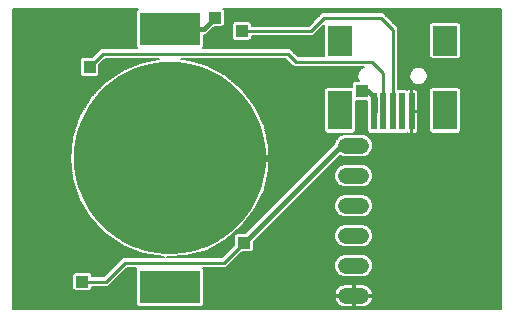
<source format=gbl>
G75*
G70*
%OFA0B0*%
%FSLAX24Y24*%
%IPPOS*%
%LPD*%
%AMOC8*
5,1,8,0,0,1.08239X$1,22.5*
%
%ADD10C,0.0520*%
%ADD11R,0.0787X0.0984*%
%ADD12R,0.0787X0.1299*%
%ADD13R,0.0197X0.1220*%
%ADD14C,0.3200*%
%ADD15R,0.2000X0.1100*%
%ADD16C,0.5000*%
%ADD17C,0.0160*%
%ADD18R,0.0396X0.0396*%
%ADD19C,0.0100*%
%ADD20C,0.0060*%
%ADD21C,0.0396*%
%ADD22C,0.0240*%
D10*
X011732Y000875D02*
X012252Y000875D01*
X012252Y001875D02*
X011732Y001875D01*
X011732Y002875D02*
X012252Y002875D01*
X012252Y003875D02*
X011732Y003875D01*
X011732Y004875D02*
X012252Y004875D01*
X012252Y005875D02*
X011732Y005875D01*
D11*
X011540Y009381D03*
X015044Y009381D03*
D12*
X015044Y007058D03*
X011540Y007058D03*
D13*
X012662Y007019D03*
X012977Y007019D03*
X013292Y007019D03*
X013607Y007019D03*
X013922Y007019D03*
D14*
X004267Y005475D02*
X004269Y005555D01*
X004275Y005634D01*
X004285Y005713D01*
X004299Y005792D01*
X004316Y005870D01*
X004338Y005947D01*
X004363Y006022D01*
X004393Y006096D01*
X004425Y006169D01*
X004462Y006240D01*
X004502Y006309D01*
X004545Y006376D01*
X004592Y006441D01*
X004641Y006503D01*
X004694Y006563D01*
X004750Y006620D01*
X004808Y006675D01*
X004869Y006726D01*
X004933Y006774D01*
X004999Y006819D01*
X005067Y006861D01*
X005137Y006899D01*
X005209Y006933D01*
X005282Y006964D01*
X005357Y006992D01*
X005434Y007015D01*
X005511Y007035D01*
X005589Y007051D01*
X005668Y007063D01*
X005747Y007071D01*
X005827Y007075D01*
X005907Y007075D01*
X005987Y007071D01*
X006066Y007063D01*
X006145Y007051D01*
X006223Y007035D01*
X006300Y007015D01*
X006377Y006992D01*
X006452Y006964D01*
X006525Y006933D01*
X006597Y006899D01*
X006667Y006861D01*
X006735Y006819D01*
X006801Y006774D01*
X006865Y006726D01*
X006926Y006675D01*
X006984Y006620D01*
X007040Y006563D01*
X007093Y006503D01*
X007142Y006441D01*
X007189Y006376D01*
X007232Y006309D01*
X007272Y006240D01*
X007309Y006169D01*
X007341Y006096D01*
X007371Y006022D01*
X007396Y005947D01*
X007418Y005870D01*
X007435Y005792D01*
X007449Y005713D01*
X007459Y005634D01*
X007465Y005555D01*
X007467Y005475D01*
X007465Y005395D01*
X007459Y005316D01*
X007449Y005237D01*
X007435Y005158D01*
X007418Y005080D01*
X007396Y005003D01*
X007371Y004928D01*
X007341Y004854D01*
X007309Y004781D01*
X007272Y004710D01*
X007232Y004641D01*
X007189Y004574D01*
X007142Y004509D01*
X007093Y004447D01*
X007040Y004387D01*
X006984Y004330D01*
X006926Y004275D01*
X006865Y004224D01*
X006801Y004176D01*
X006735Y004131D01*
X006667Y004089D01*
X006597Y004051D01*
X006525Y004017D01*
X006452Y003986D01*
X006377Y003958D01*
X006300Y003935D01*
X006223Y003915D01*
X006145Y003899D01*
X006066Y003887D01*
X005987Y003879D01*
X005907Y003875D01*
X005827Y003875D01*
X005747Y003879D01*
X005668Y003887D01*
X005589Y003899D01*
X005511Y003915D01*
X005434Y003935D01*
X005357Y003958D01*
X005282Y003986D01*
X005209Y004017D01*
X005137Y004051D01*
X005067Y004089D01*
X004999Y004131D01*
X004933Y004176D01*
X004869Y004224D01*
X004808Y004275D01*
X004750Y004330D01*
X004694Y004387D01*
X004641Y004447D01*
X004592Y004509D01*
X004545Y004574D01*
X004502Y004641D01*
X004462Y004710D01*
X004425Y004781D01*
X004393Y004854D01*
X004363Y004928D01*
X004338Y005003D01*
X004316Y005080D01*
X004299Y005158D01*
X004285Y005237D01*
X004275Y005316D01*
X004269Y005395D01*
X004267Y005475D01*
D15*
X005867Y009775D03*
X005867Y001175D03*
D16*
X005867Y005475D03*
D17*
X008342Y002650D02*
X011567Y005875D01*
X011992Y005875D01*
X012662Y007019D02*
X012692Y007049D01*
X012692Y007475D01*
X012467Y007700D01*
X012267Y007700D01*
X009867Y005300D02*
X009692Y005475D01*
X006992Y009775D02*
X005867Y009775D01*
X006992Y009775D02*
X007367Y010150D01*
D18*
X007367Y010150D03*
X008267Y009700D03*
X012267Y007700D03*
X008342Y002650D03*
X002942Y001350D03*
X003192Y008500D03*
D19*
X003642Y008950D01*
X009792Y008950D01*
X010067Y008675D01*
X012592Y008675D01*
X012977Y008290D01*
X012977Y007019D01*
X013292Y007019D02*
X013292Y009750D01*
X012892Y010150D01*
X011017Y010150D01*
X010567Y009700D01*
X008267Y009700D01*
X008342Y002650D02*
X007667Y001975D01*
X004367Y001975D01*
X003742Y001350D01*
X002942Y001350D01*
D20*
X000642Y000450D02*
X000642Y010450D01*
X004808Y010450D01*
X004737Y010379D01*
X004737Y009171D01*
X004778Y009130D01*
X003567Y009130D01*
X003462Y009025D01*
X003265Y008828D01*
X002940Y008828D01*
X002864Y008752D01*
X002864Y008248D01*
X002940Y008172D01*
X003444Y008172D01*
X003520Y008248D01*
X003520Y008574D01*
X003716Y008770D01*
X005503Y008770D01*
X004976Y008684D01*
X004307Y008417D01*
X003711Y008013D01*
X003216Y007490D01*
X002844Y006873D01*
X002615Y006191D01*
X002537Y005475D01*
X002615Y004759D01*
X002844Y004077D01*
X003216Y003460D01*
X003711Y002937D01*
X004307Y002533D01*
X004976Y002266D01*
X005655Y002155D01*
X004292Y002155D01*
X004187Y002050D01*
X004187Y002050D01*
X003667Y001530D01*
X003270Y001530D01*
X003270Y001602D01*
X003194Y001678D01*
X002690Y001678D01*
X002614Y001602D01*
X002614Y001098D01*
X002690Y001022D01*
X003194Y001022D01*
X003270Y001098D01*
X003270Y001170D01*
X003816Y001170D01*
X004441Y001795D01*
X004753Y001795D01*
X004737Y001779D01*
X004737Y000571D01*
X004813Y000495D01*
X006921Y000495D01*
X006997Y000571D01*
X006997Y001779D01*
X006981Y001795D01*
X007741Y001795D01*
X008268Y002322D01*
X008594Y002322D01*
X008670Y002398D01*
X008670Y002681D01*
X011526Y005538D01*
X011654Y005485D01*
X012329Y005485D01*
X012473Y005544D01*
X012582Y005654D01*
X012642Y005797D01*
X012642Y005953D01*
X012582Y006096D01*
X012473Y006206D01*
X012329Y006265D01*
X011654Y006265D01*
X011511Y006206D01*
X011401Y006096D01*
X011342Y005953D01*
X011342Y005947D01*
X008373Y002978D01*
X008090Y002978D01*
X008014Y002902D01*
X008014Y002576D01*
X007592Y002155D01*
X005781Y002155D01*
X006405Y002189D01*
X007099Y002382D01*
X007735Y002719D01*
X008284Y003185D01*
X008720Y003758D01*
X009022Y004412D01*
X009177Y005115D01*
X009177Y005835D01*
X009022Y006538D01*
X008720Y007192D01*
X008284Y007765D01*
X007735Y008231D01*
X007099Y008568D01*
X006405Y008761D01*
X006242Y008770D01*
X009717Y008770D01*
X009887Y008600D01*
X009992Y008495D01*
X012335Y008495D01*
X012252Y008460D01*
X012165Y008374D01*
X012118Y008261D01*
X012118Y008139D01*
X012164Y008028D01*
X012015Y008028D01*
X011939Y007952D01*
X011939Y007838D01*
X011092Y007838D01*
X011016Y007762D01*
X011016Y006355D01*
X011092Y006279D01*
X011987Y006279D01*
X012063Y006355D01*
X012063Y007372D01*
X012433Y007372D01*
X012433Y006355D01*
X012509Y006279D01*
X012814Y006279D01*
X012819Y006284D01*
X012824Y006279D01*
X013129Y006279D01*
X013134Y006284D01*
X013139Y006279D01*
X013444Y006279D01*
X013449Y006284D01*
X013454Y006279D01*
X013759Y006279D01*
X013770Y006289D01*
X013773Y006288D01*
X013806Y006279D01*
X013902Y006279D01*
X013902Y007000D01*
X013941Y007000D01*
X013941Y007038D01*
X014150Y007038D01*
X014150Y007646D01*
X014141Y007679D01*
X014124Y007709D01*
X014100Y007733D01*
X014070Y007750D01*
X014037Y007759D01*
X013941Y007759D01*
X013941Y007038D01*
X013902Y007038D01*
X013902Y007759D01*
X013806Y007759D01*
X013773Y007750D01*
X013770Y007748D01*
X013759Y007759D01*
X013472Y007759D01*
X013472Y009825D01*
X013366Y009930D01*
X012966Y010330D01*
X010942Y010330D01*
X010837Y010225D01*
X010492Y009880D01*
X008595Y009880D01*
X008595Y009952D01*
X008519Y010028D01*
X008015Y010028D01*
X007939Y009952D01*
X007939Y009448D01*
X008015Y009372D01*
X008519Y009372D01*
X008595Y009448D01*
X008595Y009520D01*
X010641Y009520D01*
X011016Y009895D01*
X011016Y008855D01*
X010141Y008855D01*
X009866Y009130D01*
X006956Y009130D01*
X006997Y009171D01*
X006997Y009565D01*
X007079Y009565D01*
X007202Y009688D01*
X007336Y009822D01*
X007619Y009822D01*
X007695Y009898D01*
X007695Y010402D01*
X007647Y010450D01*
X016892Y010450D01*
X016892Y000450D01*
X000642Y000450D01*
X000642Y000501D02*
X004807Y000501D01*
X004749Y000559D02*
X000642Y000559D01*
X000642Y000618D02*
X004737Y000618D01*
X004737Y000676D02*
X000642Y000676D01*
X000642Y000735D02*
X004737Y000735D01*
X004737Y000793D02*
X000642Y000793D01*
X000642Y000852D02*
X004737Y000852D01*
X004737Y000910D02*
X000642Y000910D01*
X000642Y000969D02*
X004737Y000969D01*
X004737Y001027D02*
X003199Y001027D01*
X003257Y001086D02*
X004737Y001086D01*
X004737Y001144D02*
X003270Y001144D01*
X003270Y001554D02*
X003691Y001554D01*
X003749Y001612D02*
X003260Y001612D01*
X003201Y001671D02*
X003808Y001671D01*
X003866Y001729D02*
X000642Y001729D01*
X000642Y001671D02*
X002682Y001671D01*
X002624Y001612D02*
X000642Y001612D01*
X000642Y001554D02*
X002614Y001554D01*
X002614Y001495D02*
X000642Y001495D01*
X000642Y001437D02*
X002614Y001437D01*
X002614Y001378D02*
X000642Y001378D01*
X000642Y001320D02*
X002614Y001320D01*
X002614Y001261D02*
X000642Y001261D01*
X000642Y001203D02*
X002614Y001203D01*
X002614Y001144D02*
X000642Y001144D01*
X000642Y001086D02*
X002626Y001086D01*
X002685Y001027D02*
X000642Y001027D01*
X000642Y001788D02*
X003925Y001788D01*
X003983Y001846D02*
X000642Y001846D01*
X000642Y001905D02*
X004042Y001905D01*
X004100Y001963D02*
X000642Y001963D01*
X000642Y002022D02*
X004159Y002022D01*
X004217Y002080D02*
X000642Y002080D01*
X000642Y002139D02*
X004276Y002139D01*
X004434Y001788D02*
X004745Y001788D01*
X004737Y001729D02*
X004375Y001729D01*
X004317Y001671D02*
X004737Y001671D01*
X004737Y001612D02*
X004258Y001612D01*
X004200Y001554D02*
X004737Y001554D01*
X004737Y001495D02*
X004141Y001495D01*
X004083Y001437D02*
X004737Y001437D01*
X004737Y001378D02*
X004024Y001378D01*
X003966Y001320D02*
X004737Y001320D01*
X004737Y001261D02*
X003907Y001261D01*
X003849Y001203D02*
X004737Y001203D01*
X005042Y002256D02*
X000642Y002256D01*
X000642Y002314D02*
X004856Y002314D01*
X004709Y002373D02*
X000642Y002373D01*
X000642Y002431D02*
X004563Y002431D01*
X004416Y002490D02*
X000642Y002490D01*
X000642Y002548D02*
X004285Y002548D01*
X004198Y002607D02*
X000642Y002607D01*
X000642Y002665D02*
X004112Y002665D01*
X004026Y002724D02*
X000642Y002724D01*
X000642Y002782D02*
X003939Y002782D01*
X003853Y002841D02*
X000642Y002841D01*
X000642Y002899D02*
X003767Y002899D01*
X003691Y002958D02*
X000642Y002958D01*
X000642Y003016D02*
X003636Y003016D01*
X003581Y003075D02*
X000642Y003075D01*
X000642Y003133D02*
X003525Y003133D01*
X003470Y003192D02*
X000642Y003192D01*
X000642Y003250D02*
X003414Y003250D01*
X003359Y003309D02*
X000642Y003309D01*
X000642Y003367D02*
X003304Y003367D01*
X003248Y003426D02*
X000642Y003426D01*
X000642Y003484D02*
X003201Y003484D01*
X003166Y003543D02*
X000642Y003543D01*
X000642Y003601D02*
X003131Y003601D01*
X003095Y003660D02*
X000642Y003660D01*
X000642Y003718D02*
X003060Y003718D01*
X003025Y003777D02*
X000642Y003777D01*
X000642Y003835D02*
X002990Y003835D01*
X002955Y003894D02*
X000642Y003894D01*
X000642Y003952D02*
X002920Y003952D01*
X002884Y004011D02*
X000642Y004011D01*
X000642Y004069D02*
X002849Y004069D01*
X002827Y004128D02*
X000642Y004128D01*
X000642Y004186D02*
X002808Y004186D01*
X002788Y004245D02*
X000642Y004245D01*
X000642Y004303D02*
X002768Y004303D01*
X002748Y004362D02*
X000642Y004362D01*
X000642Y004420D02*
X002729Y004420D01*
X002709Y004479D02*
X000642Y004479D01*
X000642Y004537D02*
X002689Y004537D01*
X002670Y004596D02*
X000642Y004596D01*
X000642Y004654D02*
X002650Y004654D01*
X002630Y004713D02*
X000642Y004713D01*
X000642Y004771D02*
X002613Y004771D01*
X002607Y004830D02*
X000642Y004830D01*
X000642Y004888D02*
X002601Y004888D01*
X002594Y004947D02*
X000642Y004947D01*
X000642Y005005D02*
X002588Y005005D01*
X002581Y005064D02*
X000642Y005064D01*
X000642Y005122D02*
X002575Y005122D01*
X002569Y005181D02*
X000642Y005181D01*
X000642Y005239D02*
X002562Y005239D01*
X002556Y005298D02*
X000642Y005298D01*
X000642Y005356D02*
X002550Y005356D01*
X002543Y005415D02*
X000642Y005415D01*
X000642Y005473D02*
X002537Y005473D01*
X002543Y005532D02*
X000642Y005532D01*
X000642Y005590D02*
X002549Y005590D01*
X002556Y005649D02*
X000642Y005649D01*
X000642Y005707D02*
X002562Y005707D01*
X002568Y005766D02*
X000642Y005766D01*
X000642Y005824D02*
X002575Y005824D01*
X002581Y005883D02*
X000642Y005883D01*
X000642Y005941D02*
X002587Y005941D01*
X002594Y006000D02*
X000642Y006000D01*
X000642Y006058D02*
X002600Y006058D01*
X002606Y006117D02*
X000642Y006117D01*
X000642Y006175D02*
X002613Y006175D01*
X002629Y006234D02*
X000642Y006234D01*
X000642Y006292D02*
X002649Y006292D01*
X002668Y006351D02*
X000642Y006351D01*
X000642Y006409D02*
X002688Y006409D01*
X002708Y006468D02*
X000642Y006468D01*
X000642Y006526D02*
X002727Y006526D01*
X002747Y006585D02*
X000642Y006585D01*
X000642Y006643D02*
X002767Y006643D01*
X002787Y006702D02*
X000642Y006702D01*
X000642Y006760D02*
X002806Y006760D01*
X002826Y006819D02*
X000642Y006819D01*
X000642Y006877D02*
X002847Y006877D01*
X002882Y006936D02*
X000642Y006936D01*
X000642Y006994D02*
X002917Y006994D01*
X002952Y007053D02*
X000642Y007053D01*
X000642Y007111D02*
X002988Y007111D01*
X003023Y007170D02*
X000642Y007170D01*
X000642Y007228D02*
X003058Y007228D01*
X003093Y007287D02*
X000642Y007287D01*
X000642Y007345D02*
X003128Y007345D01*
X003164Y007404D02*
X000642Y007404D01*
X000642Y007462D02*
X003199Y007462D01*
X003244Y007521D02*
X000642Y007521D01*
X000642Y007579D02*
X003300Y007579D01*
X003355Y007638D02*
X000642Y007638D01*
X000642Y007696D02*
X003411Y007696D01*
X003466Y007755D02*
X000642Y007755D01*
X000642Y007813D02*
X003521Y007813D01*
X003577Y007872D02*
X000642Y007872D01*
X000642Y007930D02*
X003632Y007930D01*
X003688Y007989D02*
X000642Y007989D01*
X000642Y008047D02*
X003761Y008047D01*
X003847Y008106D02*
X000642Y008106D01*
X000642Y008164D02*
X003934Y008164D01*
X004020Y008223D02*
X003494Y008223D01*
X003520Y008281D02*
X004106Y008281D01*
X004192Y008340D02*
X003520Y008340D01*
X003520Y008398D02*
X004279Y008398D01*
X004406Y008457D02*
X003520Y008457D01*
X003520Y008515D02*
X004553Y008515D01*
X004700Y008574D02*
X003520Y008574D01*
X003578Y008632D02*
X004846Y008632D01*
X005018Y008691D02*
X003637Y008691D01*
X003695Y008749D02*
X005375Y008749D01*
X004749Y009159D02*
X000642Y009159D01*
X000642Y009217D02*
X004737Y009217D01*
X004737Y009276D02*
X000642Y009276D01*
X000642Y009334D02*
X004737Y009334D01*
X004737Y009393D02*
X000642Y009393D01*
X000642Y009451D02*
X004737Y009451D01*
X004737Y009510D02*
X000642Y009510D01*
X000642Y009568D02*
X004737Y009568D01*
X004737Y009627D02*
X000642Y009627D01*
X000642Y009685D02*
X004737Y009685D01*
X004737Y009744D02*
X000642Y009744D01*
X000642Y009802D02*
X004737Y009802D01*
X004737Y009861D02*
X000642Y009861D01*
X000642Y009919D02*
X004737Y009919D01*
X004737Y009978D02*
X000642Y009978D01*
X000642Y010036D02*
X004737Y010036D01*
X004737Y010095D02*
X000642Y010095D01*
X000642Y010153D02*
X004737Y010153D01*
X004737Y010212D02*
X000642Y010212D01*
X000642Y010270D02*
X004737Y010270D01*
X004737Y010329D02*
X000642Y010329D01*
X000642Y010387D02*
X004745Y010387D01*
X004803Y010446D02*
X000642Y010446D01*
X000642Y009100D02*
X003537Y009100D01*
X003479Y009042D02*
X000642Y009042D01*
X000642Y008983D02*
X003420Y008983D01*
X003362Y008925D02*
X000642Y008925D01*
X000642Y008866D02*
X003303Y008866D01*
X002919Y008808D02*
X000642Y008808D01*
X000642Y008749D02*
X002864Y008749D01*
X002864Y008691D02*
X000642Y008691D01*
X000642Y008632D02*
X002864Y008632D01*
X002864Y008574D02*
X000642Y008574D01*
X000642Y008515D02*
X002864Y008515D01*
X002864Y008457D02*
X000642Y008457D01*
X000642Y008398D02*
X002864Y008398D01*
X002864Y008340D02*
X000642Y008340D01*
X000642Y008281D02*
X002864Y008281D01*
X002889Y008223D02*
X000642Y008223D01*
X006449Y008749D02*
X009738Y008749D01*
X009797Y008691D02*
X006660Y008691D01*
X006870Y008632D02*
X009855Y008632D01*
X009914Y008574D02*
X007081Y008574D01*
X007200Y008515D02*
X009972Y008515D01*
X010130Y008866D02*
X011016Y008866D01*
X011016Y008925D02*
X010072Y008925D01*
X010013Y008983D02*
X011016Y008983D01*
X011016Y009042D02*
X009955Y009042D01*
X009896Y009100D02*
X011016Y009100D01*
X011016Y009159D02*
X006984Y009159D01*
X006997Y009217D02*
X011016Y009217D01*
X011016Y009276D02*
X006997Y009276D01*
X006997Y009334D02*
X011016Y009334D01*
X011016Y009393D02*
X008539Y009393D01*
X008595Y009451D02*
X011016Y009451D01*
X011016Y009510D02*
X008595Y009510D01*
X008595Y009919D02*
X010531Y009919D01*
X010590Y009978D02*
X008569Y009978D01*
X007964Y009978D02*
X007695Y009978D01*
X007695Y010036D02*
X010648Y010036D01*
X010707Y010095D02*
X007695Y010095D01*
X007695Y010153D02*
X010765Y010153D01*
X010824Y010212D02*
X007695Y010212D01*
X007695Y010270D02*
X010882Y010270D01*
X010941Y010329D02*
X007695Y010329D01*
X007695Y010387D02*
X016892Y010387D01*
X016892Y010329D02*
X012968Y010329D01*
X013026Y010270D02*
X016892Y010270D01*
X016892Y010212D02*
X013085Y010212D01*
X013143Y010153D02*
X016892Y010153D01*
X016892Y010095D02*
X013202Y010095D01*
X013260Y010036D02*
X016892Y010036D01*
X016892Y009978D02*
X015517Y009978D01*
X015491Y010003D02*
X014596Y010003D01*
X014520Y009927D01*
X014520Y008835D01*
X014596Y008759D01*
X015491Y008759D01*
X015567Y008835D01*
X015567Y009927D01*
X015491Y010003D01*
X015567Y009919D02*
X016892Y009919D01*
X016892Y009861D02*
X015567Y009861D01*
X015567Y009802D02*
X016892Y009802D01*
X016892Y009744D02*
X015567Y009744D01*
X015567Y009685D02*
X016892Y009685D01*
X016892Y009627D02*
X015567Y009627D01*
X015567Y009568D02*
X016892Y009568D01*
X016892Y009510D02*
X015567Y009510D01*
X015567Y009451D02*
X016892Y009451D01*
X016892Y009393D02*
X015567Y009393D01*
X015567Y009334D02*
X016892Y009334D01*
X016892Y009276D02*
X015567Y009276D01*
X015567Y009217D02*
X016892Y009217D01*
X016892Y009159D02*
X015567Y009159D01*
X015567Y009100D02*
X016892Y009100D01*
X016892Y009042D02*
X015567Y009042D01*
X015567Y008983D02*
X016892Y008983D01*
X016892Y008925D02*
X015567Y008925D01*
X015567Y008866D02*
X016892Y008866D01*
X016892Y008808D02*
X015540Y008808D01*
X015491Y007838D02*
X014596Y007838D01*
X014520Y007762D01*
X014520Y006355D01*
X014596Y006279D01*
X015491Y006279D01*
X015567Y006355D01*
X015567Y007762D01*
X015491Y007838D01*
X015516Y007813D02*
X016892Y007813D01*
X016892Y007755D02*
X015567Y007755D01*
X015567Y007696D02*
X016892Y007696D01*
X016892Y007638D02*
X015567Y007638D01*
X015567Y007579D02*
X016892Y007579D01*
X016892Y007521D02*
X015567Y007521D01*
X015567Y007462D02*
X016892Y007462D01*
X016892Y007404D02*
X015567Y007404D01*
X015567Y007345D02*
X016892Y007345D01*
X016892Y007287D02*
X015567Y007287D01*
X015567Y007228D02*
X016892Y007228D01*
X016892Y007170D02*
X015567Y007170D01*
X015567Y007111D02*
X016892Y007111D01*
X016892Y007053D02*
X015567Y007053D01*
X015567Y006994D02*
X016892Y006994D01*
X016892Y006936D02*
X015567Y006936D01*
X015567Y006877D02*
X016892Y006877D01*
X016892Y006819D02*
X015567Y006819D01*
X015567Y006760D02*
X016892Y006760D01*
X016892Y006702D02*
X015567Y006702D01*
X015567Y006643D02*
X016892Y006643D01*
X016892Y006585D02*
X015567Y006585D01*
X015567Y006526D02*
X016892Y006526D01*
X016892Y006468D02*
X015567Y006468D01*
X015567Y006409D02*
X016892Y006409D01*
X016892Y006351D02*
X015563Y006351D01*
X015505Y006292D02*
X016892Y006292D01*
X016892Y006234D02*
X012405Y006234D01*
X012496Y006292D02*
X012001Y006292D01*
X012059Y006351D02*
X012438Y006351D01*
X012433Y006409D02*
X012063Y006409D01*
X012063Y006468D02*
X012433Y006468D01*
X012433Y006526D02*
X012063Y006526D01*
X012063Y006585D02*
X012433Y006585D01*
X012433Y006643D02*
X012063Y006643D01*
X012063Y006702D02*
X012433Y006702D01*
X012433Y006760D02*
X012063Y006760D01*
X012063Y006819D02*
X012433Y006819D01*
X012433Y006877D02*
X012063Y006877D01*
X012063Y006936D02*
X012433Y006936D01*
X012433Y006994D02*
X012063Y006994D01*
X012063Y007053D02*
X012433Y007053D01*
X012433Y007111D02*
X012063Y007111D01*
X012063Y007170D02*
X012433Y007170D01*
X012433Y007228D02*
X012063Y007228D01*
X012063Y007287D02*
X012433Y007287D01*
X012433Y007345D02*
X012063Y007345D01*
X011939Y007872D02*
X008159Y007872D01*
X008090Y007930D02*
X011939Y007930D01*
X011975Y007989D02*
X008021Y007989D01*
X007952Y008047D02*
X012156Y008047D01*
X012132Y008106D02*
X007883Y008106D01*
X007814Y008164D02*
X012118Y008164D01*
X012118Y008223D02*
X007746Y008223D01*
X007641Y008281D02*
X012127Y008281D01*
X012151Y008340D02*
X007531Y008340D01*
X007421Y008398D02*
X012189Y008398D01*
X012248Y008457D02*
X007310Y008457D01*
X008228Y007813D02*
X011067Y007813D01*
X011016Y007755D02*
X008292Y007755D01*
X008337Y007696D02*
X011016Y007696D01*
X011016Y007638D02*
X008381Y007638D01*
X008426Y007579D02*
X011016Y007579D01*
X011016Y007521D02*
X008470Y007521D01*
X008515Y007462D02*
X011016Y007462D01*
X011016Y007404D02*
X008559Y007404D01*
X008604Y007345D02*
X011016Y007345D01*
X011016Y007287D02*
X008648Y007287D01*
X008692Y007228D02*
X011016Y007228D01*
X011016Y007170D02*
X008730Y007170D01*
X008757Y007111D02*
X011016Y007111D01*
X011016Y007053D02*
X008784Y007053D01*
X008811Y006994D02*
X011016Y006994D01*
X011016Y006936D02*
X008839Y006936D01*
X008866Y006877D02*
X011016Y006877D01*
X011016Y006819D02*
X008893Y006819D01*
X008920Y006760D02*
X011016Y006760D01*
X011016Y006702D02*
X008947Y006702D01*
X008974Y006643D02*
X011016Y006643D01*
X011016Y006585D02*
X009001Y006585D01*
X009025Y006526D02*
X011016Y006526D01*
X011016Y006468D02*
X009038Y006468D01*
X009051Y006409D02*
X011016Y006409D01*
X011020Y006351D02*
X009064Y006351D01*
X009077Y006292D02*
X011079Y006292D01*
X011385Y006058D02*
X009128Y006058D01*
X009141Y006000D02*
X011361Y006000D01*
X011336Y005941D02*
X009154Y005941D01*
X009167Y005883D02*
X011277Y005883D01*
X011219Y005824D02*
X009177Y005824D01*
X009177Y005766D02*
X011160Y005766D01*
X011102Y005707D02*
X009177Y005707D01*
X009177Y005649D02*
X011043Y005649D01*
X010985Y005590D02*
X009177Y005590D01*
X009177Y005532D02*
X010926Y005532D01*
X010868Y005473D02*
X009177Y005473D01*
X009177Y005415D02*
X010809Y005415D01*
X010751Y005356D02*
X009177Y005356D01*
X009177Y005298D02*
X010692Y005298D01*
X010634Y005239D02*
X009177Y005239D01*
X009177Y005181D02*
X010575Y005181D01*
X010517Y005122D02*
X009177Y005122D01*
X009166Y005064D02*
X010458Y005064D01*
X010400Y005005D02*
X009153Y005005D01*
X009140Y004947D02*
X010341Y004947D01*
X010283Y004888D02*
X009127Y004888D01*
X009114Y004830D02*
X010224Y004830D01*
X010166Y004771D02*
X009101Y004771D01*
X009089Y004713D02*
X010107Y004713D01*
X010049Y004654D02*
X009076Y004654D01*
X009063Y004596D02*
X009990Y004596D01*
X009932Y004537D02*
X009050Y004537D01*
X009037Y004479D02*
X009873Y004479D01*
X009815Y004420D02*
X009024Y004420D01*
X008999Y004362D02*
X009756Y004362D01*
X009698Y004303D02*
X008972Y004303D01*
X008945Y004245D02*
X009639Y004245D01*
X009581Y004186D02*
X008918Y004186D01*
X008891Y004128D02*
X009522Y004128D01*
X009464Y004069D02*
X008864Y004069D01*
X008837Y004011D02*
X009405Y004011D01*
X009347Y003952D02*
X008810Y003952D01*
X008783Y003894D02*
X009288Y003894D01*
X009230Y003835D02*
X008756Y003835D01*
X008728Y003777D02*
X009171Y003777D01*
X009113Y003718D02*
X008689Y003718D01*
X008645Y003660D02*
X009054Y003660D01*
X008996Y003601D02*
X008601Y003601D01*
X008556Y003543D02*
X008937Y003543D01*
X008879Y003484D02*
X008512Y003484D01*
X008467Y003426D02*
X008820Y003426D01*
X008762Y003367D02*
X008423Y003367D01*
X008378Y003309D02*
X008703Y003309D01*
X008645Y003250D02*
X008334Y003250D01*
X008289Y003192D02*
X008586Y003192D01*
X008528Y003133D02*
X008223Y003133D01*
X008154Y003075D02*
X008469Y003075D01*
X008411Y003016D02*
X008085Y003016D01*
X008069Y002958D02*
X008016Y002958D01*
X008014Y002899D02*
X007948Y002899D01*
X008014Y002841D02*
X007879Y002841D01*
X007810Y002782D02*
X008014Y002782D01*
X008014Y002724D02*
X007741Y002724D01*
X007634Y002665D02*
X008014Y002665D01*
X008014Y002607D02*
X007524Y002607D01*
X007413Y002548D02*
X007985Y002548D01*
X007927Y002490D02*
X007303Y002490D01*
X007193Y002431D02*
X007868Y002431D01*
X007810Y002373D02*
X007067Y002373D01*
X006856Y002314D02*
X007751Y002314D01*
X007693Y002256D02*
X006645Y002256D01*
X006435Y002197D02*
X007634Y002197D01*
X007909Y001963D02*
X011346Y001963D01*
X011342Y001953D02*
X011342Y001797D01*
X011401Y001654D01*
X011511Y001544D01*
X011654Y001485D01*
X012329Y001485D01*
X012473Y001544D01*
X012582Y001654D01*
X012642Y001797D01*
X012642Y001953D01*
X012582Y002096D01*
X012473Y002206D01*
X012329Y002265D01*
X011654Y002265D01*
X011511Y002206D01*
X011401Y002096D01*
X011342Y001953D01*
X011342Y001905D02*
X007851Y001905D01*
X007792Y001846D02*
X011342Y001846D01*
X011346Y001788D02*
X006988Y001788D01*
X006997Y001729D02*
X011370Y001729D01*
X011394Y001671D02*
X006997Y001671D01*
X006997Y001612D02*
X011443Y001612D01*
X011502Y001554D02*
X006997Y001554D01*
X006997Y001495D02*
X011630Y001495D01*
X011673Y001261D02*
X006997Y001261D01*
X006997Y001203D02*
X011520Y001203D01*
X011547Y001221D02*
X011483Y001178D01*
X011429Y001124D01*
X011386Y001060D01*
X011357Y000989D01*
X011342Y000913D01*
X011342Y000905D01*
X011962Y000905D01*
X011962Y001265D01*
X011693Y001265D01*
X011618Y001250D01*
X011547Y001221D01*
X011449Y001144D02*
X006997Y001144D01*
X006997Y001086D02*
X011403Y001086D01*
X011372Y001027D02*
X006997Y001027D01*
X006997Y000969D02*
X011353Y000969D01*
X011342Y000910D02*
X006997Y000910D01*
X006997Y000852D02*
X011962Y000852D01*
X011962Y000845D02*
X011342Y000845D01*
X011342Y000837D01*
X011357Y000761D01*
X011386Y000690D01*
X011429Y000626D01*
X011483Y000572D01*
X011547Y000529D01*
X011618Y000500D01*
X011693Y000485D01*
X011962Y000485D01*
X011962Y000845D01*
X012022Y000845D01*
X012022Y000905D01*
X012642Y000905D01*
X012642Y000913D01*
X012627Y000989D01*
X012597Y001060D01*
X012555Y001124D01*
X012500Y001178D01*
X012436Y001221D01*
X012365Y001250D01*
X012290Y001265D01*
X012022Y001265D01*
X012022Y000905D01*
X011962Y000905D01*
X011962Y000845D01*
X011962Y000793D02*
X012022Y000793D01*
X012022Y000845D02*
X012022Y000485D01*
X012290Y000485D01*
X012365Y000500D01*
X012436Y000529D01*
X012500Y000572D01*
X012555Y000626D01*
X012597Y000690D01*
X012627Y000761D01*
X012642Y000837D01*
X012642Y000845D01*
X012022Y000845D01*
X012022Y000852D02*
X016892Y000852D01*
X016892Y000910D02*
X012642Y000910D01*
X012631Y000969D02*
X016892Y000969D01*
X016892Y001027D02*
X012611Y001027D01*
X012580Y001086D02*
X016892Y001086D01*
X016892Y001144D02*
X012534Y001144D01*
X012464Y001203D02*
X016892Y001203D01*
X016892Y001261D02*
X012310Y001261D01*
X012353Y001495D02*
X016892Y001495D01*
X016892Y001437D02*
X006997Y001437D01*
X006997Y001378D02*
X016892Y001378D01*
X016892Y001320D02*
X006997Y001320D01*
X006997Y000793D02*
X011350Y000793D01*
X011368Y000735D02*
X006997Y000735D01*
X006997Y000676D02*
X011396Y000676D01*
X011438Y000618D02*
X006997Y000618D01*
X006985Y000559D02*
X011503Y000559D01*
X011617Y000501D02*
X006926Y000501D01*
X007968Y002022D02*
X011370Y002022D01*
X011394Y002080D02*
X008026Y002080D01*
X008085Y002139D02*
X011444Y002139D01*
X011502Y002197D02*
X008143Y002197D01*
X008202Y002256D02*
X011631Y002256D01*
X011654Y002485D02*
X012329Y002485D01*
X012473Y002544D01*
X012582Y002654D01*
X012642Y002797D01*
X012642Y002953D01*
X012582Y003096D01*
X012473Y003206D01*
X012329Y003265D01*
X011654Y003265D01*
X011511Y003206D01*
X011401Y003096D01*
X011342Y002953D01*
X011342Y002797D01*
X011401Y002654D01*
X011511Y002544D01*
X011654Y002485D01*
X011643Y002490D02*
X008670Y002490D01*
X008670Y002548D02*
X011507Y002548D01*
X011449Y002607D02*
X008670Y002607D01*
X008670Y002665D02*
X011397Y002665D01*
X011372Y002724D02*
X008712Y002724D01*
X008771Y002782D02*
X011348Y002782D01*
X011342Y002841D02*
X008829Y002841D01*
X008888Y002899D02*
X011342Y002899D01*
X011344Y002958D02*
X008946Y002958D01*
X009005Y003016D02*
X011368Y003016D01*
X011392Y003075D02*
X009063Y003075D01*
X009122Y003133D02*
X011438Y003133D01*
X011497Y003192D02*
X009180Y003192D01*
X009239Y003250D02*
X011618Y003250D01*
X011654Y003485D02*
X011511Y003544D01*
X011401Y003654D01*
X011342Y003797D01*
X011342Y003953D01*
X011401Y004096D01*
X011511Y004206D01*
X011654Y004265D01*
X012329Y004265D01*
X012473Y004206D01*
X012582Y004096D01*
X012642Y003953D01*
X012642Y003797D01*
X012582Y003654D01*
X012473Y003544D01*
X012329Y003485D01*
X011654Y003485D01*
X011515Y003543D02*
X009531Y003543D01*
X009590Y003601D02*
X011454Y003601D01*
X011399Y003660D02*
X009648Y003660D01*
X009707Y003718D02*
X011375Y003718D01*
X011350Y003777D02*
X009765Y003777D01*
X009824Y003835D02*
X011342Y003835D01*
X011342Y003894D02*
X009882Y003894D01*
X009941Y003952D02*
X011342Y003952D01*
X011366Y004011D02*
X009999Y004011D01*
X010058Y004069D02*
X011390Y004069D01*
X011433Y004128D02*
X010116Y004128D01*
X010175Y004186D02*
X011491Y004186D01*
X011605Y004245D02*
X010233Y004245D01*
X010292Y004303D02*
X016892Y004303D01*
X016892Y004245D02*
X012379Y004245D01*
X012492Y004186D02*
X016892Y004186D01*
X016892Y004128D02*
X012551Y004128D01*
X012593Y004069D02*
X016892Y004069D01*
X016892Y004011D02*
X012618Y004011D01*
X012642Y003952D02*
X016892Y003952D01*
X016892Y003894D02*
X012642Y003894D01*
X012642Y003835D02*
X016892Y003835D01*
X016892Y003777D02*
X012633Y003777D01*
X012609Y003718D02*
X016892Y003718D01*
X016892Y003660D02*
X012585Y003660D01*
X012529Y003601D02*
X016892Y003601D01*
X016892Y003543D02*
X012468Y003543D01*
X012365Y003250D02*
X016892Y003250D01*
X016892Y003192D02*
X012487Y003192D01*
X012545Y003133D02*
X016892Y003133D01*
X016892Y003075D02*
X012591Y003075D01*
X012615Y003016D02*
X016892Y003016D01*
X016892Y002958D02*
X012640Y002958D01*
X012642Y002899D02*
X016892Y002899D01*
X016892Y002841D02*
X012642Y002841D01*
X012635Y002782D02*
X016892Y002782D01*
X016892Y002724D02*
X012611Y002724D01*
X012587Y002665D02*
X016892Y002665D01*
X016892Y002607D02*
X012535Y002607D01*
X012476Y002548D02*
X016892Y002548D01*
X016892Y002490D02*
X012340Y002490D01*
X012352Y002256D02*
X016892Y002256D01*
X016892Y002314D02*
X008260Y002314D01*
X008644Y002373D02*
X016892Y002373D01*
X016892Y002431D02*
X008670Y002431D01*
X009297Y003309D02*
X016892Y003309D01*
X016892Y003367D02*
X009356Y003367D01*
X009414Y003426D02*
X016892Y003426D01*
X016892Y003484D02*
X009473Y003484D01*
X010350Y004362D02*
X016892Y004362D01*
X016892Y004420D02*
X010409Y004420D01*
X010467Y004479D02*
X016892Y004479D01*
X016892Y004537D02*
X012455Y004537D01*
X012473Y004544D02*
X012582Y004654D01*
X016892Y004654D01*
X016892Y004596D02*
X012524Y004596D01*
X012473Y004544D02*
X012329Y004485D01*
X011654Y004485D01*
X011511Y004544D01*
X011401Y004654D01*
X011342Y004797D01*
X011342Y004953D01*
X011401Y005096D01*
X011511Y005206D01*
X011654Y005265D01*
X012329Y005265D01*
X012473Y005206D01*
X012582Y005096D01*
X012642Y004953D01*
X012642Y004797D01*
X012582Y004654D01*
X012606Y004713D02*
X016892Y004713D01*
X016892Y004771D02*
X012631Y004771D01*
X012642Y004830D02*
X016892Y004830D01*
X016892Y004888D02*
X012642Y004888D01*
X012642Y004947D02*
X016892Y004947D01*
X016892Y005005D02*
X012620Y005005D01*
X012596Y005064D02*
X016892Y005064D01*
X016892Y005122D02*
X012556Y005122D01*
X012498Y005181D02*
X016892Y005181D01*
X016892Y005239D02*
X012392Y005239D01*
X012442Y005532D02*
X016892Y005532D01*
X016892Y005590D02*
X012518Y005590D01*
X012577Y005649D02*
X016892Y005649D01*
X016892Y005707D02*
X012604Y005707D01*
X012628Y005766D02*
X016892Y005766D01*
X016892Y005824D02*
X012642Y005824D01*
X012642Y005883D02*
X016892Y005883D01*
X016892Y005941D02*
X012642Y005941D01*
X012622Y006000D02*
X016892Y006000D01*
X016892Y006058D02*
X012598Y006058D01*
X012562Y006117D02*
X016892Y006117D01*
X016892Y006175D02*
X012503Y006175D01*
X011578Y006234D02*
X009089Y006234D01*
X009102Y006175D02*
X011480Y006175D01*
X011422Y006117D02*
X009115Y006117D01*
X010643Y004654D02*
X011401Y004654D01*
X011377Y004713D02*
X010701Y004713D01*
X010760Y004771D02*
X011353Y004771D01*
X011342Y004830D02*
X010818Y004830D01*
X010877Y004888D02*
X011342Y004888D01*
X011342Y004947D02*
X010935Y004947D01*
X010994Y005005D02*
X011363Y005005D01*
X011388Y005064D02*
X011052Y005064D01*
X011111Y005122D02*
X011427Y005122D01*
X011486Y005181D02*
X011169Y005181D01*
X011228Y005239D02*
X011591Y005239D01*
X011403Y005415D02*
X016892Y005415D01*
X016892Y005473D02*
X011462Y005473D01*
X011520Y005532D02*
X011542Y005532D01*
X011345Y005356D02*
X016892Y005356D01*
X016892Y005298D02*
X011286Y005298D01*
X011460Y004596D02*
X010584Y004596D01*
X010526Y004537D02*
X011529Y004537D01*
X012481Y002197D02*
X016892Y002197D01*
X016892Y002139D02*
X012540Y002139D01*
X012589Y002080D02*
X016892Y002080D01*
X016892Y002022D02*
X012613Y002022D01*
X012637Y001963D02*
X016892Y001963D01*
X016892Y001905D02*
X012642Y001905D01*
X012642Y001846D02*
X016892Y001846D01*
X016892Y001788D02*
X012638Y001788D01*
X012613Y001729D02*
X016892Y001729D01*
X016892Y001671D02*
X012589Y001671D01*
X012540Y001612D02*
X016892Y001612D01*
X016892Y001554D02*
X012482Y001554D01*
X012022Y001261D02*
X011962Y001261D01*
X011962Y001203D02*
X012022Y001203D01*
X012022Y001144D02*
X011962Y001144D01*
X011962Y001086D02*
X012022Y001086D01*
X012022Y001027D02*
X011962Y001027D01*
X011962Y000969D02*
X012022Y000969D01*
X012022Y000910D02*
X011962Y000910D01*
X011962Y000735D02*
X012022Y000735D01*
X012022Y000676D02*
X011962Y000676D01*
X011962Y000618D02*
X012022Y000618D01*
X012022Y000559D02*
X011962Y000559D01*
X011962Y000501D02*
X012022Y000501D01*
X012367Y000501D02*
X016892Y000501D01*
X016892Y000559D02*
X012481Y000559D01*
X012546Y000618D02*
X016892Y000618D01*
X016892Y000676D02*
X012588Y000676D01*
X012616Y000735D02*
X016892Y000735D01*
X016892Y000793D02*
X012633Y000793D01*
X013941Y006279D02*
X014037Y006279D01*
X014070Y006288D01*
X014100Y006305D01*
X014124Y006329D01*
X014141Y006358D01*
X014150Y006392D01*
X014150Y007000D01*
X013941Y007000D01*
X013941Y006279D01*
X013941Y006292D02*
X013902Y006292D01*
X013902Y006351D02*
X013941Y006351D01*
X013941Y006409D02*
X013902Y006409D01*
X013902Y006468D02*
X013941Y006468D01*
X013941Y006526D02*
X013902Y006526D01*
X013902Y006585D02*
X013941Y006585D01*
X013941Y006643D02*
X013902Y006643D01*
X013902Y006702D02*
X013941Y006702D01*
X013941Y006760D02*
X013902Y006760D01*
X013902Y006819D02*
X013941Y006819D01*
X013941Y006877D02*
X013902Y006877D01*
X013902Y006936D02*
X013941Y006936D01*
X013941Y006994D02*
X013902Y006994D01*
X013902Y007053D02*
X013941Y007053D01*
X013941Y007111D02*
X013902Y007111D01*
X013902Y007170D02*
X013941Y007170D01*
X013941Y007228D02*
X013902Y007228D01*
X013902Y007287D02*
X013941Y007287D01*
X013941Y007345D02*
X013902Y007345D01*
X013902Y007404D02*
X013941Y007404D01*
X013941Y007462D02*
X013902Y007462D01*
X013902Y007521D02*
X013941Y007521D01*
X013941Y007579D02*
X013902Y007579D01*
X013902Y007638D02*
X013941Y007638D01*
X013941Y007696D02*
X013902Y007696D01*
X013902Y007755D02*
X013941Y007755D01*
X014054Y007755D02*
X014520Y007755D01*
X014520Y007696D02*
X014131Y007696D01*
X014150Y007638D02*
X014520Y007638D01*
X014520Y007579D02*
X014150Y007579D01*
X014150Y007521D02*
X014520Y007521D01*
X014520Y007462D02*
X014150Y007462D01*
X014150Y007404D02*
X014520Y007404D01*
X014520Y007345D02*
X014150Y007345D01*
X014150Y007287D02*
X014520Y007287D01*
X014520Y007228D02*
X014150Y007228D01*
X014150Y007170D02*
X014520Y007170D01*
X014520Y007111D02*
X014150Y007111D01*
X014150Y007053D02*
X014520Y007053D01*
X014520Y006994D02*
X014150Y006994D01*
X014150Y006936D02*
X014520Y006936D01*
X014520Y006877D02*
X014150Y006877D01*
X014150Y006819D02*
X014520Y006819D01*
X014520Y006760D02*
X014150Y006760D01*
X014150Y006702D02*
X014520Y006702D01*
X014520Y006643D02*
X014150Y006643D01*
X014150Y006585D02*
X014520Y006585D01*
X014520Y006526D02*
X014150Y006526D01*
X014150Y006468D02*
X014520Y006468D01*
X014520Y006409D02*
X014150Y006409D01*
X014137Y006351D02*
X014524Y006351D01*
X014583Y006292D02*
X014078Y006292D01*
X013789Y007755D02*
X013764Y007755D01*
X013984Y007940D02*
X014097Y007893D01*
X014219Y007893D01*
X014332Y007940D01*
X014418Y008026D01*
X014465Y008139D01*
X014465Y008261D01*
X014418Y008374D01*
X014332Y008460D01*
X014219Y008507D01*
X014097Y008507D01*
X013984Y008460D01*
X013897Y008374D01*
X013851Y008261D01*
X013851Y008139D01*
X013897Y008026D01*
X013984Y007940D01*
X014007Y007930D02*
X013472Y007930D01*
X013472Y007872D02*
X016892Y007872D01*
X016892Y007930D02*
X014309Y007930D01*
X014381Y007989D02*
X016892Y007989D01*
X016892Y008047D02*
X014427Y008047D01*
X014451Y008106D02*
X016892Y008106D01*
X016892Y008164D02*
X014465Y008164D01*
X014465Y008223D02*
X016892Y008223D01*
X016892Y008281D02*
X014457Y008281D01*
X014432Y008340D02*
X016892Y008340D01*
X016892Y008398D02*
X014394Y008398D01*
X014336Y008457D02*
X016892Y008457D01*
X016892Y008515D02*
X013472Y008515D01*
X013472Y008457D02*
X013980Y008457D01*
X013921Y008398D02*
X013472Y008398D01*
X013472Y008340D02*
X013883Y008340D01*
X013859Y008281D02*
X013472Y008281D01*
X013472Y008223D02*
X013851Y008223D01*
X013851Y008164D02*
X013472Y008164D01*
X013472Y008106D02*
X013864Y008106D01*
X013889Y008047D02*
X013472Y008047D01*
X013472Y007989D02*
X013935Y007989D01*
X013472Y007813D02*
X014571Y007813D01*
X014548Y008808D02*
X013472Y008808D01*
X013472Y008866D02*
X014520Y008866D01*
X014520Y008925D02*
X013472Y008925D01*
X013472Y008983D02*
X014520Y008983D01*
X014520Y009042D02*
X013472Y009042D01*
X013472Y009100D02*
X014520Y009100D01*
X014520Y009159D02*
X013472Y009159D01*
X013472Y009217D02*
X014520Y009217D01*
X014520Y009276D02*
X013472Y009276D01*
X013472Y009334D02*
X014520Y009334D01*
X014520Y009393D02*
X013472Y009393D01*
X013472Y009451D02*
X014520Y009451D01*
X014520Y009510D02*
X013472Y009510D01*
X013472Y009568D02*
X014520Y009568D01*
X014520Y009627D02*
X013472Y009627D01*
X013472Y009685D02*
X014520Y009685D01*
X014520Y009744D02*
X013472Y009744D01*
X013472Y009802D02*
X014520Y009802D01*
X014520Y009861D02*
X013436Y009861D01*
X013377Y009919D02*
X014520Y009919D01*
X014570Y009978D02*
X013319Y009978D01*
X013472Y008749D02*
X016892Y008749D01*
X016892Y008691D02*
X013472Y008691D01*
X013472Y008632D02*
X016892Y008632D01*
X016892Y008574D02*
X013472Y008574D01*
X011016Y009568D02*
X010689Y009568D01*
X010748Y009627D02*
X011016Y009627D01*
X011016Y009685D02*
X010806Y009685D01*
X010865Y009744D02*
X011016Y009744D01*
X011016Y009802D02*
X010923Y009802D01*
X010982Y009861D02*
X011016Y009861D01*
X007994Y009393D02*
X006997Y009393D01*
X006997Y009451D02*
X007939Y009451D01*
X007939Y009510D02*
X006997Y009510D01*
X007082Y009568D02*
X007939Y009568D01*
X007939Y009627D02*
X007140Y009627D01*
X007199Y009685D02*
X007939Y009685D01*
X007939Y009744D02*
X007257Y009744D01*
X007316Y009802D02*
X007939Y009802D01*
X007939Y009861D02*
X007657Y009861D01*
X007695Y009919D02*
X007939Y009919D01*
X007651Y010446D02*
X016892Y010446D01*
X005399Y002197D02*
X000642Y002197D01*
D21*
X001367Y001000D03*
X001367Y003500D03*
X001367Y005600D03*
X001567Y010000D03*
X002867Y010000D03*
X004167Y010000D03*
X009867Y005300D03*
X007467Y000900D03*
X016167Y001100D03*
X016167Y002300D03*
X016167Y003600D03*
D22*
X009692Y005475D02*
X005867Y005475D01*
M02*

</source>
